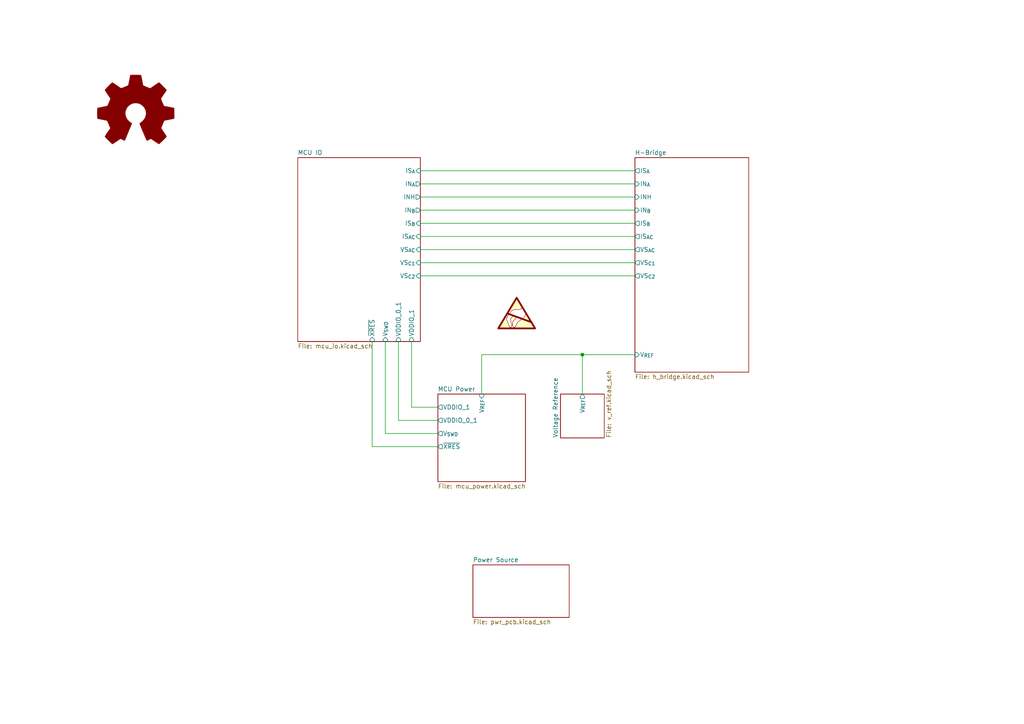
<source format=kicad_sch>
(kicad_sch
	(version 20250114)
	(generator "eeschema")
	(generator_version "9.0")
	(uuid "c5b733d3-d844-4c5a-a928-539beea9cfbc")
	(paper "A4")
	(title_block
		(title "PCB Overview")
		(date "2025-04-10")
		(rev "0.2")
		(company "Cezar-Octavian Bontaș")
	)
	(lib_symbols
		(symbol "Graphic:Logo_Open_Hardware_Large"
			(exclude_from_sim no)
			(in_bom no)
			(on_board no)
			(property "Reference" "#SYM"
				(at 0 12.7 0)
				(effects
					(font
						(size 1.27 1.27)
					)
					(hide yes)
				)
			)
			(property "Value" "Logo_Open_Hardware_Large"
				(at 0 -10.16 0)
				(effects
					(font
						(size 1.27 1.27)
					)
					(hide yes)
				)
			)
			(property "Footprint" ""
				(at 0 0 0)
				(effects
					(font
						(size 1.27 1.27)
					)
					(hide yes)
				)
			)
			(property "Datasheet" "~"
				(at 0 0 0)
				(effects
					(font
						(size 1.27 1.27)
					)
					(hide yes)
				)
			)
			(property "Description" "Open Hardware logo, large"
				(at 0 0 0)
				(effects
					(font
						(size 1.27 1.27)
					)
					(hide yes)
				)
			)
			(property "Sim.Enable" "0"
				(at 0 0 0)
				(effects
					(font
						(size 1.27 1.27)
					)
					(hide yes)
				)
			)
			(property "ki_keywords" "Logo"
				(at 0 0 0)
				(effects
					(font
						(size 1.27 1.27)
					)
					(hide yes)
				)
			)
			(symbol "Logo_Open_Hardware_Large_1_1"
				(polyline
					(pts
						(xy 6.731 -8.7122) (xy 6.6294 -8.6614) (xy 6.35 -8.4836) (xy 5.9944 -8.255) (xy 5.5372 -7.9502)
						(xy 5.1054 -7.6454) (xy 4.7498 -7.4168) (xy 4.4958 -7.239) (xy 4.3942 -7.1882) (xy 4.318 -7.2136)
						(xy 4.1148 -7.3152) (xy 3.81 -7.4676) (xy 3.6322 -7.5692) (xy 3.3528 -7.6708) (xy 3.2258 -7.6962)
						(xy 3.2004 -7.6708) (xy 3.0988 -7.4676) (xy 2.9464 -7.0866) (xy 2.7178 -6.604) (xy 2.4892 -6.0452)
						(xy 2.2352 -5.4356) (xy 1.9558 -4.826) (xy 1.7272 -4.2164) (xy 1.4986 -3.683) (xy 1.3208 -3.2512)
						(xy 1.2192 -2.9464) (xy 1.1684 -2.8194) (xy 1.1938 -2.794) (xy 1.3208 -2.667) (xy 1.5748 -2.4892)
						(xy 2.0828 -2.0574) (xy 2.6162 -1.397) (xy 2.921 -0.6604) (xy 3.048 0.1524) (xy 2.9464 0.9144)
						(xy 2.6416 1.6256) (xy 2.1336 2.286) (xy 1.524 2.7686) (xy 0.8128 3.0734) (xy 0 3.175) (xy -0.762 3.0988)
						(xy -1.4986 2.794) (xy -2.159 2.286) (xy -2.4384 1.9812) (xy -2.8194 1.3208) (xy -3.048 0.6096)
						(xy -3.0734 0.4318) (xy -3.0226 -0.3556) (xy -2.794 -1.0922) (xy -2.3876 -1.7526) (xy -1.8288 -2.3114)
						(xy -1.7526 -2.3622) (xy -1.4732 -2.5654) (xy -1.2954 -2.6924) (xy -1.1684 -2.8194) (xy -2.159 -5.207)
						(xy -2.3114 -5.588) (xy -2.5908 -6.2484) (xy -2.8194 -6.8072) (xy -3.0226 -7.2644) (xy -3.1496 -7.5692)
						(xy -3.2258 -7.6708) (xy -3.2258 -7.6962) (xy -3.302 -7.6962) (xy -3.4798 -7.6454) (xy -3.8354 -7.4676)
						(xy -4.0386 -7.366) (xy -4.2926 -7.239) (xy -4.4196 -7.1882) (xy -4.5212 -7.239) (xy -4.7498 -7.3914)
						(xy -5.1054 -7.6454) (xy -5.5372 -7.9248) (xy -5.9436 -8.2042) (xy -6.3246 -8.4582) (xy -6.604 -8.636)
						(xy -6.731 -8.7122) (xy -6.7564 -8.7122) (xy -6.858 -8.636) (xy -7.0866 -8.4582) (xy -7.4168 -8.1534)
						(xy -7.874 -7.6962) (xy -7.9502 -7.62) (xy -8.3312 -7.239) (xy -8.636 -6.9088) (xy -8.8392 -6.6802)
						(xy -8.9154 -6.5786) (xy -8.9154 -6.5786) (xy -8.8392 -6.4516) (xy -8.6614 -6.1722) (xy -8.4328 -5.7912)
						(xy -8.128 -5.3594) (xy -7.3152 -4.191) (xy -7.7724 -3.0988) (xy -7.8994 -2.7686) (xy -8.0772 -2.3622)
						(xy -8.2042 -2.0828) (xy -8.255 -1.9558) (xy -8.382 -1.905) (xy -8.6614 -1.8542) (xy -9.0932 -1.7526)
						(xy -9.6266 -1.651) (xy -10.1092 -1.5748) (xy -10.541 -1.4732) (xy -10.8712 -1.4224) (xy -11.0236 -1.397)
						(xy -11.049 -1.3716) (xy -11.0744 -1.2954) (xy -11.0998 -1.143) (xy -11.0998 -0.889) (xy -11.1252 -0.4572)
						(xy -11.1252 0.1524) (xy -11.1252 0.2286) (xy -11.0998 0.8128) (xy -11.0998 1.27) (xy -11.0744 1.5494)
						(xy -11.0744 1.6764) (xy -11.0744 1.6764) (xy -10.922 1.7018) (xy -10.6172 1.778) (xy -10.16 1.8542)
						(xy -9.652 1.9558) (xy -9.6012 1.9812) (xy -9.0932 2.0828) (xy -8.636 2.159) (xy -8.3312 2.2352)
						(xy -8.2042 2.286) (xy -8.1788 2.3114) (xy -8.0772 2.5146) (xy -7.9248 2.8448) (xy -7.747 3.2512)
						(xy -7.5692 3.6576) (xy -7.4168 4.0386) (xy -7.3152 4.318) (xy -7.2898 4.445) (xy -7.2898 4.445)
						(xy -7.366 4.572) (xy -7.5438 4.826) (xy -7.7978 5.207) (xy -8.128 5.6642) (xy -8.128 5.6896)
						(xy -8.4328 6.1468) (xy -8.6868 6.5278) (xy -8.8392 6.7818) (xy -8.9154 6.9088) (xy -8.9154 6.9088)
						(xy -8.8138 7.0358) (xy -8.5852 7.2898) (xy -8.255 7.6454) (xy -7.874 8.0264) (xy -7.747 8.1534)
						(xy -7.3152 8.5852) (xy -7.0104 8.8646) (xy -6.8326 8.9916) (xy -6.731 9.0424) (xy -6.731 9.0424)
						(xy -6.604 8.9408) (xy -6.3246 8.763) (xy -5.9436 8.509) (xy -5.4864 8.2042) (xy -5.461 8.1788)
						(xy -5.0038 7.874) (xy -4.6482 7.62) (xy -4.3688 7.4422) (xy -4.2672 7.3914) (xy -4.2418 7.3914)
						(xy -4.064 7.4422) (xy -3.7338 7.5438) (xy -3.3528 7.6962) (xy -2.9464 7.874) (xy -2.5654 8.0264)
						(xy -2.286 8.1534) (xy -2.159 8.2296) (xy -2.159 8.2296) (xy -2.1082 8.382) (xy -2.032 8.7122)
						(xy -1.9304 9.1694) (xy -1.8288 9.7282) (xy -1.8034 9.8044) (xy -1.7018 10.3378) (xy -1.6256 10.7696)
						(xy -1.5748 11.0744) (xy -1.524 11.2014) (xy -1.4478 11.2268) (xy -1.1938 11.2522) (xy -0.8128 11.2522)
						(xy -0.3302 11.2522) (xy 0.1524 11.2522) (xy 0.6604 11.2522) (xy 1.0668 11.2268) (xy 1.3716 11.2014)
						(xy 1.4986 11.176) (xy 1.4986 11.176) (xy 1.5494 11.0236) (xy 1.6256 10.6934) (xy 1.7018 10.2108)
						(xy 1.8288 9.6774) (xy 1.8288 9.5758) (xy 1.9304 9.0424) (xy 2.032 8.6106) (xy 2.0828 8.3058)
						(xy 2.1336 8.2042) (xy 2.159 8.1788) (xy 2.3876 8.0772) (xy 2.7432 7.9248) (xy 3.175 7.747) (xy 4.191 7.3406)
						(xy 5.461 8.2042) (xy 5.5626 8.2804) (xy 6.0198 8.5852) (xy 6.3754 8.8392) (xy 6.6294 8.9916)
						(xy 6.7564 9.0424) (xy 6.7564 9.0424) (xy 6.8834 8.9408) (xy 7.1374 8.7122) (xy 7.4676 8.382)
						(xy 7.8486 7.9756) (xy 8.1534 7.6962) (xy 8.4836 7.3406) (xy 8.7122 7.112) (xy 8.8392 6.9596)
						(xy 8.8646 6.858) (xy 8.8646 6.8072) (xy 8.7884 6.6802) (xy 8.6106 6.4008) (xy 8.3312 6.0198)
						(xy 8.0264 5.588) (xy 7.7978 5.207) (xy 7.5184 4.8006) (xy 7.3406 4.4958) (xy 7.2898 4.3434) (xy 7.2898 4.2926)
						(xy 7.3914 4.0386) (xy 7.5184 3.683) (xy 7.7216 3.2258) (xy 8.1534 2.2352) (xy 8.7884 2.1082)
						(xy 9.1948 2.0574) (xy 9.7536 1.9304) (xy 10.2616 1.8288) (xy 11.0998 1.6764) (xy 11.1252 -1.3208)
						(xy 10.9982 -1.3716) (xy 10.8712 -1.397) (xy 10.5664 -1.4732) (xy 10.1346 -1.5494) (xy 9.6266 -1.651)
						(xy 9.1948 -1.7272) (xy 8.7376 -1.8288) (xy 8.4328 -1.8796) (xy 8.2804 -1.905) (xy 8.255 -1.9558)
						(xy 8.1534 -2.159) (xy 7.9756 -2.5146) (xy 7.8232 -2.921) (xy 7.6454 -3.3274) (xy 7.493 -3.7338)
						(xy 7.366 -4.0132) (xy 7.3406 -4.191) (xy 7.3914 -4.2926) (xy 7.5692 -4.5466) (xy 7.7978 -4.9276)
						(xy 8.1026 -5.3594) (xy 8.4074 -5.7912) (xy 8.6614 -6.1722) (xy 8.8138 -6.4262) (xy 8.89 -6.5532)
						(xy 8.8646 -6.6548) (xy 8.6868 -6.858) (xy 8.3566 -7.1882) (xy 7.874 -7.6708) (xy 7.7978 -7.747)
						(xy 7.3914 -8.128) (xy 7.0612 -8.4328) (xy 6.8326 -8.636) (xy 6.731 -8.7122)
					)
					(stroke
						(width 0)
						(type default)
					)
					(fill
						(type outline)
					)
				)
			)
			(embedded_fonts no)
		)
		(symbol "Graphic:SYM_ESD_Large"
			(exclude_from_sim no)
			(in_bom no)
			(on_board no)
			(property "Reference" "#SYM"
				(at 0 5.08 0)
				(effects
					(font
						(size 1.27 1.27)
					)
					(hide yes)
				)
			)
			(property "Value" "SYM_ESD_Large"
				(at 0 -6.35 0)
				(effects
					(font
						(size 1.27 1.27)
					)
					(hide yes)
				)
			)
			(property "Footprint" ""
				(at -0.127 -0.762 0)
				(effects
					(font
						(size 1.27 1.27)
					)
					(hide yes)
				)
			)
			(property "Datasheet" "~"
				(at -0.127 -0.762 0)
				(effects
					(font
						(size 1.27 1.27)
					)
					(hide yes)
				)
			)
			(property "Description" "ESD warning/\"Do not touch\" symbol, large"
				(at 0 0 0)
				(effects
					(font
						(size 1.27 1.27)
					)
					(hide yes)
				)
			)
			(property "Sim.Enable" "0"
				(at 0 0 0)
				(effects
					(font
						(size 1.27 1.27)
					)
					(hide yes)
				)
			)
			(property "ki_keywords" "symbol ESD"
				(at 0 0 0)
				(effects
					(font
						(size 1.27 1.27)
					)
					(hide yes)
				)
			)
			(symbol "SYM_ESD_Large_0_0"
				(polyline
					(pts
						(xy -2.667 -0.762) (xy 4.318 -3.302)
					)
					(stroke
						(width 0.508)
						(type default)
					)
					(fill
						(type none)
					)
				)
				(polyline
					(pts
						(xy 0.4826 -5.1308) (xy 5.3848 -5.1308) (xy 5.3848 -5.1054) (xy 5.334 -5.0546) (xy 5.2832 -4.953)
						(xy 5.207 -4.826) (xy 5.0038 -4.4704) (xy 4.8768 -4.2672) (xy 4.7498 -4.0386) (xy 4.1402 -3.0226)
						(xy 3.9878 -2.7432) (xy 3.5306 -1.9812) (xy 3.4036 -1.7526) (xy 3.2766 -1.5494) (xy 3.1496 -1.3716)
						(xy 3.0734 -1.1938) (xy 2.9972 -1.0668) (xy 2.921 -0.9652) (xy 2.8956 -0.889) (xy 2.8448 -0.8382)
						(xy 2.8194 -0.8636) (xy 2.7686 -0.889) (xy 2.5908 -1.0668) (xy 2.4892 -1.2192) (xy 2.4638 -1.3462)
						(xy 2.413 -1.4224) (xy 2.3622 -1.5748) (xy 2.286 -1.7018) (xy 1.9812 -2.0066) (xy 1.8542 -2.1082)
						(xy 1.7018 -2.2352) (xy 1.5494 -2.3368) (xy 1.397 -2.4638) (xy 1.2192 -2.5908) (xy 1.0668 -2.7178)
						(xy 0.9144 -2.8194) (xy 0.8128 -2.8956) (xy 0.7112 -2.9464) (xy 0.6096 -3.0226) (xy 0.3556 -3.2258)
						(xy 0.254 -3.3528) (xy 0.1524 -3.5052) (xy 0.0508 -3.683) (xy -0.0762 -3.8862) (xy -0.2286 -4.2672)
						(xy -0.381 -4.572) (xy -0.5334 -4.7244) (xy -0.6096 -4.7752) (xy -0.635 -4.8006) (xy -0.8382 -4.8006)
						(xy -0.9144 -4.7752) (xy -1.016 -4.6736) (xy -1.0668 -4.5212) (xy -1.1176 -4.3434) (xy -1.143 -4.1148)
						(xy -1.143 -3.4544) (xy -1.0922 -3.2512) (xy -1.0414 -3.0734) (xy -0.9398 -2.921) (xy -0.8382 -2.794)
						(xy -0.381 -2.3368) (xy -0.3048 -2.2352) (xy -0.2032 -1.9812) (xy -0.1778 -1.9304) (xy -0.1524 -1.8288)
						(xy -0.127 -1.7526) (xy -0.127 -1.7272) (xy -0.2032 -1.651) (xy -0.254 -1.5748) (xy -0.3556 -1.524)
						(xy -0.4318 -1.4478) (xy -0.508 -1.397) (xy -0.5588 -1.3462) (xy -0.6096 -1.3462) (xy -0.6604 -1.3716)
						(xy -0.7366 -1.4224) (xy -0.8382 -1.4732) (xy -0.9652 -1.5494) (xy -1.0668 -1.6002) (xy -1.1684 -1.6764)
						(xy -1.3208 -1.778) (xy -1.6002 -2.0574) (xy -1.778 -2.2606) (xy -1.7272 -2.3876) (xy -1.7018 -2.4384)
						(xy -1.7018 -2.5146) (xy -1.6764 -2.5908) (xy -1.6764 -2.8702) (xy -1.7018 -2.9972) (xy -1.7272 -3.0734)
						(xy -1.7272 -3.0988) (xy -1.7526 -3.1496) (xy -1.7018 -3.2512) (xy -1.651 -3.3274) (xy -1.651 -3.3528)
						(xy -1.524 -3.6068) (xy -1.4478 -3.8608) (xy -1.4224 -4.1402) (xy -1.4224 -4.3434) (xy -1.4478 -4.4196)
						(xy -1.4732 -4.4704) (xy -1.4986 -4.5466) (xy -1.5748 -4.6736) (xy -1.6764 -4.7498) (xy -1.778 -4.8006)
						(xy -1.8796 -4.8006) (xy -1.9558 -4.7752) (xy -2.0066 -4.7244) (xy -2.0574 -4.6228) (xy -2.1336 -4.4958)
						(xy -2.2098 -4.318) (xy -2.3114 -4.0894) (xy -2.413 -3.8354) (xy -2.5146 -3.5306) (xy -2.5146 -3.5052)
						(xy -2.5654 -3.3528) (xy -2.6416 -3.2004) (xy -2.7432 -2.9464) (xy -2.7686 -2.921) (xy -2.8448 -2.6924)
						(xy -2.8956 -2.4638) (xy -2.8956 -2.2606) (xy -2.8448 -2.032) (xy -2.7686 -1.8034) (xy -2.7178 -1.7018)
						(xy -2.6162 -1.5494) (xy -2.5146 -1.3716) (xy -2.3622 -1.1938) (xy -2.2098 -0.9906) (xy -2.1082 -0.889)
						(xy -1.9558 -0.635) (xy -1.8796 -0.5334) (xy -1.8542 -0.508) (xy -1.7272 -0.2794) (xy -1.6002 -0.1016)
						(xy -1.4478 0.0508) (xy -1.3208 0.1524) (xy -1.1684 0.2032) (xy -1.1176 0.2286) (xy -0.9906 0.254)
						(xy -0.8128 0.3048) (xy -0.5842 0.3302) (xy -0.3302 0.3556) (xy -0.0254 0.381) (xy 0.0254 0.381)
						(xy 0.2794 0.4064) (xy 0.508 0.4318) (xy 0.6858 0.4318) (xy 0.8382 0.4572) (xy 0.9652 0.4826)
						(xy 1.0668 0.508) (xy 1.1684 0.5588) (xy 1.2446 0.5842) (xy 1.3208 0.635) (xy 1.524 0.7874) (xy 1.7272 0.9906)
						(xy 1.7272 1.0414) (xy 1.7018 1.0922) (xy 1.651 1.1684) (xy 1.6002 1.27) (xy 1.4986 1.4224) (xy 1.4224 1.6002)
						(xy 1.1684 2.0066) (xy 1.0414 2.2352) (xy 0.6604 2.8702) (xy 0.508 3.0988) (xy 0.4064 3.302) (xy 0.3048 3.4544)
						(xy 0.2286 3.5814) (xy 0.1524 3.683) (xy 0.1016 3.7592) (xy 0.0508 3.8608) (xy 0.0254 3.8862)
						(xy -0.0508 3.8862) (xy -0.0508 3.8608) (xy -0.127 3.7846) (xy -0.1524 3.7338) (xy -0.2032 3.6576)
						(xy -0.254 3.556) (xy -0.4064 3.302) (xy -0.508 3.1496) (xy -0.6096 2.9718) (xy -0.7366 2.7686)
						(xy -1.0414 2.2606) (xy -1.2192 1.9558) (xy -1.4224 1.6256) (xy -1.8796 0.8636) (xy -2.1336 0.4064)
						(xy -2.4384 -0.0762) (xy -2.7432 -0.6096) (xy -2.921 -0.889) (xy -3.429 -1.7526) (xy -3.6576 -2.159)
						(xy -3.8862 -2.54) (xy -4.1148 -2.8956) (xy -4.318 -3.2512) (xy -4.5212 -3.5814) (xy -4.6736 -3.8862)
						(xy -4.8514 -4.1402) (xy -4.9784 -4.3942) (xy -5.1054 -4.5974) (xy -5.2324 -4.7752) (xy -5.3594 -5.0292)
						(xy -5.4102 -5.1054) (xy -5.4102 -5.1308) (xy -0.7112 -5.1308) (xy -0.0254 -5.1562) (xy 0.4826 -5.1308)
					)
					(stroke
						(width 0.127)
						(type default)
					)
					(fill
						(type background)
					)
				)
			)
			(symbol "SYM_ESD_Large_0_1"
				(polyline
					(pts
						(xy -5.334 -5.08) (xy 5.334 -5.08) (xy 0 3.81) (xy -5.334 -5.08)
					)
					(stroke
						(width 0.508)
						(type default)
					)
					(fill
						(type none)
					)
				)
			)
			(embedded_fonts no)
		)
	)
	(junction
		(at 168.91 102.87)
		(diameter 0)
		(color 0 0 0 0)
		(uuid "6473ce31-c3ce-4779-9206-975099f50e79")
	)
	(wire
		(pts
			(xy 127 121.92) (xy 115.57 121.92)
		)
		(stroke
			(width 0)
			(type default)
		)
		(uuid "0ef717bd-9c4f-4f1c-929c-8487ce85f8c0")
	)
	(wire
		(pts
			(xy 121.92 60.96) (xy 184.15 60.96)
		)
		(stroke
			(width 0)
			(type default)
		)
		(uuid "1dcfc1c2-6ed4-4b83-84c3-250ca383e431")
	)
	(wire
		(pts
			(xy 168.91 102.87) (xy 184.15 102.87)
		)
		(stroke
			(width 0)
			(type default)
		)
		(uuid "20c179c9-4445-4804-ae35-e7767764248b")
	)
	(wire
		(pts
			(xy 139.7 102.87) (xy 139.7 114.3)
		)
		(stroke
			(width 0)
			(type default)
		)
		(uuid "4de38516-359f-4f47-89a2-4ccf3cfc1478")
	)
	(wire
		(pts
			(xy 121.92 57.15) (xy 184.15 57.15)
		)
		(stroke
			(width 0)
			(type default)
		)
		(uuid "54d54cfc-c70a-4ad4-91ba-2ab2626cd0c6")
	)
	(wire
		(pts
			(xy 119.38 118.11) (xy 119.38 99.06)
		)
		(stroke
			(width 0)
			(type default)
		)
		(uuid "73ad122a-5c9f-44eb-8e51-448eaca4d182")
	)
	(wire
		(pts
			(xy 111.76 125.73) (xy 127 125.73)
		)
		(stroke
			(width 0)
			(type default)
		)
		(uuid "791ff3e7-a940-4ae3-bc99-6c8311c6f3a7")
	)
	(wire
		(pts
			(xy 127 118.11) (xy 119.38 118.11)
		)
		(stroke
			(width 0)
			(type default)
		)
		(uuid "7f2b52f4-21a5-43d4-830a-fb42a4fdea4b")
	)
	(wire
		(pts
			(xy 168.91 102.87) (xy 139.7 102.87)
		)
		(stroke
			(width 0)
			(type default)
		)
		(uuid "96eedd55-0b8e-4c39-b171-b00c0f2cb3f0")
	)
	(wire
		(pts
			(xy 121.92 80.01) (xy 184.15 80.01)
		)
		(stroke
			(width 0)
			(type default)
		)
		(uuid "97a57b4c-7255-44db-98df-9a61eb4c9bc0")
	)
	(wire
		(pts
			(xy 107.95 129.54) (xy 127 129.54)
		)
		(stroke
			(width 0)
			(type default)
		)
		(uuid "b45f9f02-0d49-406a-a626-7461ca55ca27")
	)
	(wire
		(pts
			(xy 121.92 76.2) (xy 184.15 76.2)
		)
		(stroke
			(width 0)
			(type default)
		)
		(uuid "b5a49384-d781-4d42-8441-234dc2ff96c1")
	)
	(wire
		(pts
			(xy 121.92 53.34) (xy 184.15 53.34)
		)
		(stroke
			(width 0)
			(type default)
		)
		(uuid "be60bfa5-204c-4b36-ba16-d1afc21c1497")
	)
	(wire
		(pts
			(xy 121.92 49.53) (xy 184.15 49.53)
		)
		(stroke
			(width 0)
			(type default)
		)
		(uuid "dffdef6c-bb10-47cf-8073-5ed894f6395c")
	)
	(wire
		(pts
			(xy 111.76 99.06) (xy 111.76 125.73)
		)
		(stroke
			(width 0)
			(type default)
		)
		(uuid "e2d29d80-05a2-41cc-8b31-aafeeeb39d64")
	)
	(wire
		(pts
			(xy 115.57 121.92) (xy 115.57 99.06)
		)
		(stroke
			(width 0)
			(type default)
		)
		(uuid "e5964373-47fe-4ee5-8b61-e8c9564fc47e")
	)
	(wire
		(pts
			(xy 121.92 72.39) (xy 184.15 72.39)
		)
		(stroke
			(width 0)
			(type default)
		)
		(uuid "e7047560-ac27-458f-b0f2-45155e5c9c26")
	)
	(wire
		(pts
			(xy 107.95 129.54) (xy 107.95 99.06)
		)
		(stroke
			(width 0)
			(type default)
		)
		(uuid "e903ab88-5fa9-4ac7-8061-032ca18f0dfd")
	)
	(wire
		(pts
			(xy 121.92 64.77) (xy 184.15 64.77)
		)
		(stroke
			(width 0)
			(type default)
		)
		(uuid "e9805100-63c1-45ca-b173-81eea8225b3e")
	)
	(wire
		(pts
			(xy 168.91 114.3) (xy 168.91 102.87)
		)
		(stroke
			(width 0)
			(type default)
		)
		(uuid "eb374bc4-7074-48a8-b496-9cfbf46af240")
	)
	(wire
		(pts
			(xy 121.92 68.58) (xy 184.15 68.58)
		)
		(stroke
			(width 0)
			(type default)
		)
		(uuid "f211c6c5-0158-4f3c-ba58-58afb34d0f57")
	)
	(symbol
		(lib_id "Graphic:SYM_ESD_Large")
		(at 149.86 90.17 0)
		(unit 1)
		(exclude_from_sim yes)
		(in_bom no)
		(on_board no)
		(dnp no)
		(fields_autoplaced yes)
		(uuid "4449cb9a-da89-4ba4-b29d-46e7ae4f7c2a")
		(property "Reference" "#SYM2"
			(at 149.86 85.09 0)
			(effects
				(font
					(size 1.27 1.27)
				)
				(hide yes)
			)
		)
		(property "Value" "SYM_ESD_Large"
			(at 149.86 96.52 0)
			(effects
				(font
					(size 1.27 1.27)
				)
				(hide yes)
			)
		)
		(property "Footprint" ""
			(at 149.733 90.932 0)
			(effects
				(font
					(size 1.27 1.27)
				)
				(hide yes)
			)
		)
		(property "Datasheet" "~"
			(at 149.733 90.932 0)
			(effects
				(font
					(size 1.27 1.27)
				)
				(hide yes)
			)
		)
		(property "Description" "ESD warning/\"Do not touch\" symbol, large"
			(at 149.86 90.17 0)
			(effects
				(font
					(size 1.27 1.27)
				)
				(hide yes)
			)
		)
		(instances
			(project ""
				(path "/c5b733d3-d844-4c5a-a928-539beea9cfbc"
					(reference "#SYM2")
					(unit 1)
				)
			)
		)
	)
	(symbol
		(lib_id "Graphic:Logo_Open_Hardware_Large")
		(at 39.37 33.02 0)
		(unit 1)
		(exclude_from_sim yes)
		(in_bom no)
		(on_board no)
		(dnp no)
		(fields_autoplaced yes)
		(uuid "fe17ee17-cab4-4cd2-a517-afcd21058956")
		(property "Reference" "#SYM1"
			(at 39.37 20.32 0)
			(effects
				(font
					(size 1.27 1.27)
				)
				(hide yes)
			)
		)
		(property "Value" "Logo_Open_Hardware_Large"
			(at 39.37 43.18 0)
			(effects
				(font
					(size 1.27 1.27)
				)
				(hide yes)
			)
		)
		(property "Footprint" ""
			(at 39.37 33.02 0)
			(effects
				(font
					(size 1.27 1.27)
				)
				(hide yes)
			)
		)
		(property "Datasheet" "~"
			(at 39.37 33.02 0)
			(effects
				(font
					(size 1.27 1.27)
				)
				(hide yes)
			)
		)
		(property "Description" "Open Hardware logo, large"
			(at 39.37 33.02 0)
			(effects
				(font
					(size 1.27 1.27)
				)
				(hide yes)
			)
		)
		(instances
			(project ""
				(path "/c5b733d3-d844-4c5a-a928-539beea9cfbc"
					(reference "#SYM1")
					(unit 1)
				)
			)
		)
	)
	(sheet
		(at 127 114.3)
		(size 25.4 25.4)
		(exclude_from_sim no)
		(in_bom yes)
		(on_board yes)
		(dnp no)
		(fields_autoplaced yes)
		(stroke
			(width 0.1524)
			(type solid)
		)
		(fill
			(color 0 0 0 0.0000)
		)
		(uuid "53ef7f55-61e8-4ef7-94ec-bf64f13de35b")
		(property "Sheetname" "MCU Power"
			(at 127 113.5884 0)
			(effects
				(font
					(size 1.27 1.27)
				)
				(justify left bottom)
			)
		)
		(property "Sheetfile" "mcu_power.kicad_sch"
			(at 127 140.2846 0)
			(effects
				(font
					(size 1.27 1.27)
				)
				(justify left top)
			)
		)
		(pin "V_{REF}" input
			(at 139.7 114.3 90)
			(uuid "bebd1a2d-9ec6-4973-9bca-41aa5ff347ef")
			(effects
				(font
					(size 1.27 1.27)
				)
				(justify right)
			)
		)
		(pin "~{XRES}" output
			(at 127 129.54 180)
			(uuid "f48f659e-683e-440a-8896-fd4aa4aa0c7a")
			(effects
				(font
					(size 1.27 1.27)
				)
				(justify left)
			)
		)
		(pin "V_{SWD}" output
			(at 127 125.73 180)
			(uuid "559fb62d-b30a-46dd-ab58-4c9515d51383")
			(effects
				(font
					(size 1.27 1.27)
				)
				(justify left)
			)
		)
		(pin "VDDIO_0_1" output
			(at 127 121.92 180)
			(uuid "b7eb2705-520d-4370-9b4c-f2133020b9fa")
			(effects
				(font
					(size 1.27 1.27)
				)
				(justify left)
			)
		)
		(pin "VDDIO_1" output
			(at 127 118.11 180)
			(uuid "731e4059-33ed-48f4-9bd8-1e9f9d41fb5c")
			(effects
				(font
					(size 1.27 1.27)
				)
				(justify left)
			)
		)
		(instances
			(project "sol_inv"
				(path "/c5b733d3-d844-4c5a-a928-539beea9cfbc"
					(page "4")
				)
			)
		)
	)
	(sheet
		(at 137.16 163.83)
		(size 27.94 15.24)
		(exclude_from_sim no)
		(in_bom yes)
		(on_board yes)
		(dnp no)
		(fields_autoplaced yes)
		(stroke
			(width 0.1524)
			(type solid)
		)
		(fill
			(color 0 0 0 0.0000)
		)
		(uuid "55c49600-108e-423a-878a-ddd218e994fd")
		(property "Sheetname" "Power Source"
			(at 137.16 163.1184 0)
			(effects
				(font
					(size 1.27 1.27)
				)
				(justify left bottom)
			)
		)
		(property "Sheetfile" "pwr_pcb.kicad_sch"
			(at 137.16 179.6546 0)
			(effects
				(font
					(size 1.27 1.27)
				)
				(justify left top)
			)
		)
		(instances
			(project "sol_inv"
				(path "/c5b733d3-d844-4c5a-a928-539beea9cfbc"
					(page "6")
				)
			)
		)
	)
	(sheet
		(at 162.56 114.3)
		(size 12.7 12.7)
		(exclude_from_sim no)
		(in_bom yes)
		(on_board yes)
		(dnp no)
		(fields_autoplaced yes)
		(stroke
			(width 0.1524)
			(type solid)
		)
		(fill
			(color 0 0 0 0.0000)
		)
		(uuid "90c221cd-190b-40ed-a0a1-3abc1d4db536")
		(property "Sheetname" "Voltage Reference"
			(at 161.8484 127 90)
			(effects
				(font
					(size 1.27 1.27)
				)
				(justify left bottom)
			)
		)
		(property "Sheetfile" "v_ref.kicad_sch"
			(at 175.8446 127 90)
			(effects
				(font
					(size 1.27 1.27)
				)
				(justify left top)
			)
		)
		(pin "V_{REF}" output
			(at 168.91 114.3 90)
			(uuid "af1d2129-26df-4eaa-9015-a62b67693c52")
			(effects
				(font
					(size 1.27 1.27)
				)
				(justify right)
			)
		)
		(instances
			(project "sol_inv"
				(path "/c5b733d3-d844-4c5a-a928-539beea9cfbc"
					(page "3")
				)
			)
		)
	)
	(sheet
		(at 184.15 45.72)
		(size 33.02 62.23)
		(exclude_from_sim no)
		(in_bom yes)
		(on_board yes)
		(dnp no)
		(fields_autoplaced yes)
		(stroke
			(width 0.1524)
			(type solid)
		)
		(fill
			(color 0 0 0 0.0000)
		)
		(uuid "b2736adf-e085-470b-aff7-6a5a302acc80")
		(property "Sheetname" "H-Bridge"
			(at 184.15 45.0084 0)
			(effects
				(font
					(size 1.27 1.27)
				)
				(justify left bottom)
			)
		)
		(property "Sheetfile" "h_bridge.kicad_sch"
			(at 184.15 108.5346 0)
			(effects
				(font
					(size 1.27 1.27)
				)
				(justify left top)
			)
		)
		(pin "INH" input
			(at 184.15 57.15 180)
			(uuid "9ded4562-a1b3-4886-b719-39ae10c6e617")
			(effects
				(font
					(size 1.27 1.27)
				)
				(justify left)
			)
		)
		(pin "V_{REF}" input
			(at 184.15 102.87 180)
			(uuid "7f3ddf9e-6c56-4f27-ac1e-9760160621fa")
			(effects
				(font
					(size 1.27 1.27)
				)
				(justify left)
			)
		)
		(pin "IN_{A}" input
			(at 184.15 53.34 180)
			(uuid "42ee20ae-f360-42ee-8c43-356805c02557")
			(effects
				(font
					(size 1.27 1.27)
				)
				(justify left)
			)
		)
		(pin "IN_{B}" input
			(at 184.15 60.96 180)
			(uuid "f9fb670c-7ca3-4954-9712-568f01a725ff")
			(effects
				(font
					(size 1.27 1.27)
				)
				(justify left)
			)
		)
		(pin "IS_{A}" output
			(at 184.15 49.53 180)
			(uuid "e2733013-362d-4210-b845-4c65374220a3")
			(effects
				(font
					(size 1.27 1.27)
				)
				(justify left)
			)
		)
		(pin "IS_{B}" output
			(at 184.15 64.77 180)
			(uuid "a5c3de6d-cecc-4925-9f43-36c46553ce86")
			(effects
				(font
					(size 1.27 1.27)
				)
				(justify left)
			)
		)
		(pin "IS_{AC}" output
			(at 184.15 68.58 180)
			(uuid "5a54ad3a-57dd-4a3b-b18c-0256402f8fa3")
			(effects
				(font
					(size 1.27 1.27)
				)
				(justify left)
			)
		)
		(pin "VS_{AC}" output
			(at 184.15 72.39 180)
			(uuid "1af5232c-f775-4b37-a315-2cc223bca438")
			(effects
				(font
					(size 1.27 1.27)
				)
				(justify left)
			)
		)
		(pin "VS_{C1}" output
			(at 184.15 76.2 180)
			(uuid "35c94ec7-e7f9-403f-8a66-04804f7e0eac")
			(effects
				(font
					(size 1.27 1.27)
				)
				(justify left)
			)
		)
		(pin "VS_{C2}" output
			(at 184.15 80.01 180)
			(uuid "d15e6d1b-c788-425f-8b99-ae91088315c2")
			(effects
				(font
					(size 1.27 1.27)
				)
				(justify left)
			)
		)
		(instances
			(project "sol_inv"
				(path "/c5b733d3-d844-4c5a-a928-539beea9cfbc"
					(page "2")
				)
			)
		)
	)
	(sheet
		(at 86.36 45.72)
		(size 35.56 53.34)
		(exclude_from_sim no)
		(in_bom yes)
		(on_board yes)
		(dnp no)
		(fields_autoplaced yes)
		(stroke
			(width 0.1524)
			(type solid)
		)
		(fill
			(color 0 0 0 0.0000)
		)
		(uuid "cfdc49a3-8c65-4747-bcf8-434cef8ee182")
		(property "Sheetname" "MCU IO"
			(at 86.36 45.0084 0)
			(effects
				(font
					(size 1.27 1.27)
				)
				(justify left bottom)
			)
		)
		(property "Sheetfile" "mcu_io.kicad_sch"
			(at 86.36 99.6446 0)
			(effects
				(font
					(size 1.27 1.27)
				)
				(justify left top)
			)
		)
		(pin "V_{SWD}" input
			(at 111.76 99.06 270)
			(uuid "f1509997-6539-420a-aa65-275eb9b88a35")
			(effects
				(font
					(size 1.27 1.27)
				)
				(justify left)
			)
		)
		(pin "~{XRES}" input
			(at 107.95 99.06 270)
			(uuid "3069a7ef-f69c-4367-91ee-1145d6cfaec0")
			(effects
				(font
					(size 1.27 1.27)
				)
				(justify left)
			)
		)
		(pin "INH" output
			(at 121.92 57.15 0)
			(uuid "1eb80a83-8562-4dc9-b9b7-965b89cfa252")
			(effects
				(font
					(size 1.27 1.27)
				)
				(justify right)
			)
		)
		(pin "IN_{A}" output
			(at 121.92 53.34 0)
			(uuid "6da515cf-5878-44dd-80c3-65ffce832175")
			(effects
				(font
					(size 1.27 1.27)
				)
				(justify right)
			)
		)
		(pin "IN_{B}" output
			(at 121.92 60.96 0)
			(uuid "f21cace1-4191-4840-9305-89036d510c15")
			(effects
				(font
					(size 1.27 1.27)
				)
				(justify right)
			)
		)
		(pin "IS_{A}" input
			(at 121.92 49.53 0)
			(uuid "68529af4-7032-48cf-8be9-78c88851e6b2")
			(effects
				(font
					(size 1.27 1.27)
				)
				(justify right)
			)
		)
		(pin "IS_{B}" input
			(at 121.92 64.77 0)
			(uuid "f0b151ac-bf0a-42f6-b32a-95d920e021a9")
			(effects
				(font
					(size 1.27 1.27)
				)
				(justify right)
			)
		)
		(pin "IS_{AC}" input
			(at 121.92 68.58 0)
			(uuid "df14c893-b5e6-482b-a40b-96f361de60e3")
			(effects
				(font
					(size 1.27 1.27)
				)
				(justify right)
			)
		)
		(pin "VS_{AC}" input
			(at 121.92 72.39 0)
			(uuid "cfbf09d3-e3b4-4cbc-be2f-915b56d2f69d")
			(effects
				(font
					(size 1.27 1.27)
				)
				(justify right)
			)
		)
		(pin "VS_{C1}" input
			(at 121.92 76.2 0)
			(uuid "04fdf853-fa73-491a-9741-058227f24dbf")
			(effects
				(font
					(size 1.27 1.27)
				)
				(justify right)
			)
		)
		(pin "VS_{C2}" input
			(at 121.92 80.01 0)
			(uuid "1019f08f-4a14-4111-a98f-addeb2b22bc2")
			(effects
				(font
					(size 1.27 1.27)
				)
				(justify right)
			)
		)
		(pin "VDDIO_0_1" input
			(at 115.57 99.06 270)
			(uuid "d0171fb8-7789-4c31-ac50-57768354de55")
			(effects
				(font
					(size 1.27 1.27)
				)
				(justify left)
			)
		)
		(pin "VDDIO_1" input
			(at 119.38 99.06 270)
			(uuid "16de0df8-67d3-4815-8246-60ec79390220")
			(effects
				(font
					(size 1.27 1.27)
				)
				(justify left)
			)
		)
		(instances
			(project "sol_inv"
				(path "/c5b733d3-d844-4c5a-a928-539beea9cfbc"
					(page "5")
				)
			)
		)
	)
	(sheet_instances
		(path "/"
			(page "1")
		)
	)
	(embedded_fonts no)
)

</source>
